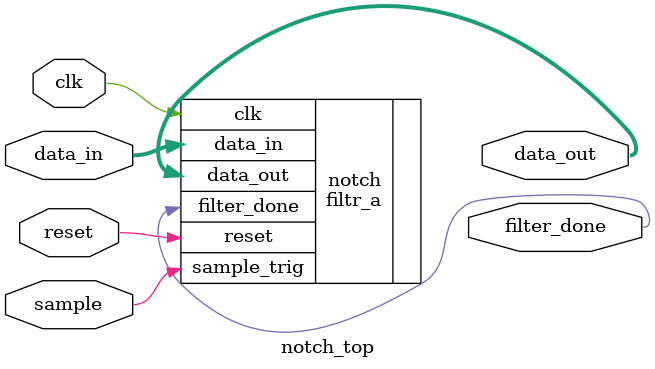
<source format=v>
module notch_top#(
    parameter COEF_SIZE = 35, 
    parameter DATA_SIZE = 24)(
input [DATA_SIZE-1:0] data_in,
output [DATA_SIZE-1:0] data_out,

input  reset,clk,
input  sample,
output filter_done);


filtr_a
  #(.DATA_SIZE(DATA_SIZE),
    .COEF_SIZE(COEF_SIZE),
    .A(35'd17008476929),
    .R(24'd4173332),
    .R2(35'd8504249994),
    .R3(35'd9),
    .R4(35'd9),
    .U (35'd9))
     notch(
.data_in(data_in),
.reset(reset),
.clk(clk),
.sample_trig(sample),
.data_out(data_out),
.filter_done(filter_done)


);

endmodule
</source>
